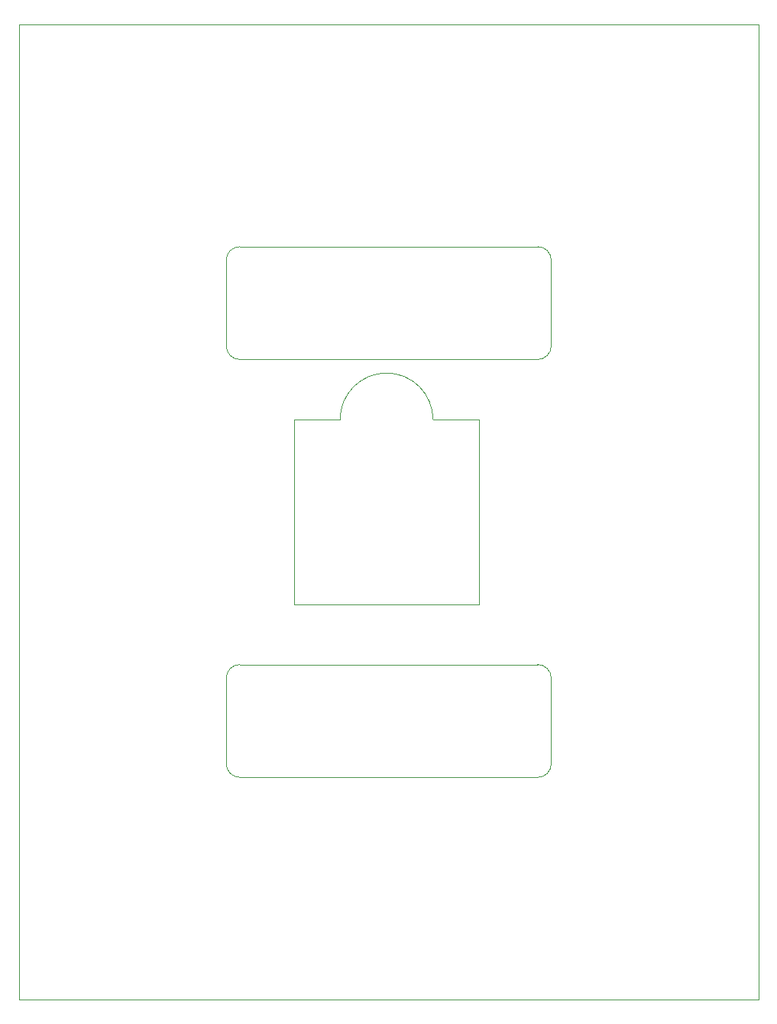
<source format=gm1>
%TF.GenerationSoftware,KiCad,Pcbnew,(6.0.5)*%
%TF.CreationDate,2023-01-23T16:51:02-08:00*%
%TF.ProjectId,X_Y_Panels,585f595f-5061-46e6-956c-732e6b696361,rev?*%
%TF.SameCoordinates,Original*%
%TF.FileFunction,Profile,NP*%
%FSLAX46Y46*%
G04 Gerber Fmt 4.6, Leading zero omitted, Abs format (unit mm)*
G04 Created by KiCad (PCBNEW (6.0.5)) date 2023-01-23 16:51:02*
%MOMM*%
%LPD*%
G01*
G04 APERTURE LIST*
%TA.AperFunction,Profile*%
%ADD10C,0.050000*%
%TD*%
%TA.AperFunction,Profile*%
%ADD11C,0.100000*%
%TD*%
G04 APERTURE END LIST*
D10*
X101292000Y-145997997D02*
X183292000Y-145997997D01*
D11*
X131790000Y-102247994D02*
X131790000Y-81747994D01*
D10*
X183292000Y-37997997D02*
X101292000Y-37997997D01*
D11*
X136900000Y-81750000D02*
X131790000Y-81747994D01*
X124289233Y-73597667D02*
G75*
G03*
X125789170Y-75097667I1499967J-33D01*
G01*
X158800000Y-121400000D02*
G75*
G03*
X160300000Y-119900000I0J1500000D01*
G01*
X125785660Y-108900660D02*
G75*
G03*
X124285660Y-110400660I40J-1500040D01*
G01*
D10*
X183292000Y-145997997D02*
X183292000Y-37997997D01*
D11*
X160299171Y-64097667D02*
X160299170Y-73597667D01*
X124290000Y-119900000D02*
G75*
G03*
X125790000Y-121400000I1500000J0D01*
G01*
X158799170Y-75097670D02*
G75*
G03*
X160299170Y-73597667I30J1499970D01*
G01*
X152290000Y-102247994D02*
X152290000Y-81747994D01*
D10*
X101292000Y-145997997D02*
X101292000Y-37997997D01*
D11*
X158799171Y-62597667D02*
X125784830Y-62598327D01*
X147200000Y-81750000D02*
G75*
G03*
X136900000Y-81750000I-5150000J2046D01*
G01*
X124289170Y-73597667D02*
X124284830Y-64098327D01*
X147200000Y-81750000D02*
X152290000Y-81747994D01*
X125784830Y-62598330D02*
G75*
G03*
X124284830Y-64098327I-30J-1499970D01*
G01*
X160299233Y-64097667D02*
G75*
G03*
X158799171Y-62597667I-1500033J-33D01*
G01*
X125790000Y-121400000D02*
X158800000Y-121400000D01*
X160300000Y-110400000D02*
G75*
G03*
X158800001Y-108900000I-1500000J0D01*
G01*
X131790000Y-102247994D02*
X152290000Y-102247994D01*
X124290000Y-119900000D02*
X124285660Y-110400660D01*
X125789170Y-75097667D02*
X158799170Y-75097667D01*
X158800001Y-108900000D02*
X125785660Y-108900660D01*
X160300001Y-110400000D02*
X160300000Y-119900000D01*
M02*

</source>
